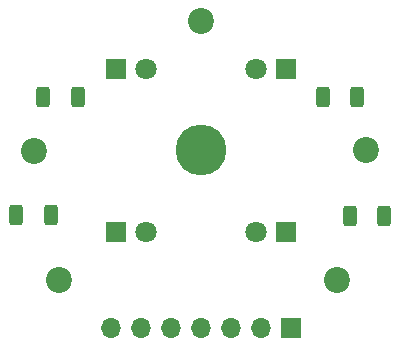
<source format=gbr>
%TF.GenerationSoftware,KiCad,Pcbnew,9.0.1*%
%TF.CreationDate,2025-05-16T16:11:36-04:00*%
%TF.ProjectId,Ir PCB,49722050-4342-42e6-9b69-6361645f7063,rev?*%
%TF.SameCoordinates,Original*%
%TF.FileFunction,Soldermask,Top*%
%TF.FilePolarity,Negative*%
%FSLAX46Y46*%
G04 Gerber Fmt 4.6, Leading zero omitted, Abs format (unit mm)*
G04 Created by KiCad (PCBNEW 9.0.1) date 2025-05-16 16:11:36*
%MOMM*%
%LPD*%
G01*
G04 APERTURE LIST*
G04 Aperture macros list*
%AMRoundRect*
0 Rectangle with rounded corners*
0 $1 Rounding radius*
0 $2 $3 $4 $5 $6 $7 $8 $9 X,Y pos of 4 corners*
0 Add a 4 corners polygon primitive as box body*
4,1,4,$2,$3,$4,$5,$6,$7,$8,$9,$2,$3,0*
0 Add four circle primitives for the rounded corners*
1,1,$1+$1,$2,$3*
1,1,$1+$1,$4,$5*
1,1,$1+$1,$6,$7*
1,1,$1+$1,$8,$9*
0 Add four rect primitives between the rounded corners*
20,1,$1+$1,$2,$3,$4,$5,0*
20,1,$1+$1,$4,$5,$6,$7,0*
20,1,$1+$1,$6,$7,$8,$9,0*
20,1,$1+$1,$8,$9,$2,$3,0*%
G04 Aperture macros list end*
%ADD10R,1.800000X1.800000*%
%ADD11C,1.800000*%
%ADD12C,2.200000*%
%ADD13RoundRect,0.250000X-0.312500X-0.625000X0.312500X-0.625000X0.312500X0.625000X-0.312500X0.625000X0*%
%ADD14RoundRect,0.250000X0.312500X0.625000X-0.312500X0.625000X-0.312500X-0.625000X0.312500X-0.625000X0*%
%ADD15R,1.700000X1.700000*%
%ADD16O,1.700000X1.700000*%
%ADD17C,4.300000*%
G04 APERTURE END LIST*
D10*
%TO.C,Q4*%
X142790000Y-100070000D03*
D11*
X145330000Y-100070000D03*
%TD*%
D12*
%TO.C,H7*%
X164000000Y-106930000D03*
%TD*%
D13*
%TO.C,R4*%
X134365000Y-112490000D03*
X137290000Y-112490000D03*
%TD*%
D14*
%TO.C,R2*%
X163230000Y-102500000D03*
X160305000Y-102500000D03*
%TD*%
D13*
%TO.C,R3*%
X136650000Y-102500000D03*
X139575000Y-102500000D03*
%TD*%
D15*
%TO.C,J1*%
X157620000Y-122000000D03*
D16*
X155080000Y-122000000D03*
X152540000Y-122000000D03*
X150000000Y-122000000D03*
X147460000Y-122000000D03*
X144920000Y-122000000D03*
X142380000Y-122000000D03*
%TD*%
D12*
%TO.C,H8*%
X161500000Y-118000000D03*
%TD*%
D10*
%TO.C,Q2*%
X157200000Y-113870000D03*
D11*
X154660000Y-113870000D03*
%TD*%
D12*
%TO.C,H4*%
X150000000Y-96000000D03*
%TD*%
D10*
%TO.C,Q5*%
X142780000Y-113870000D03*
D11*
X145320000Y-113870000D03*
%TD*%
D12*
%TO.C,H6*%
X135890000Y-107010000D03*
%TD*%
D10*
%TO.C,Q3*%
X157230000Y-100110000D03*
D11*
X154690000Y-100110000D03*
%TD*%
D12*
%TO.C,H5*%
X138000000Y-118000000D03*
%TD*%
D17*
%TO.C,H2*%
X149990000Y-106950000D03*
%TD*%
D14*
%TO.C,R1*%
X165540000Y-112570000D03*
X162615000Y-112570000D03*
%TD*%
M02*

</source>
